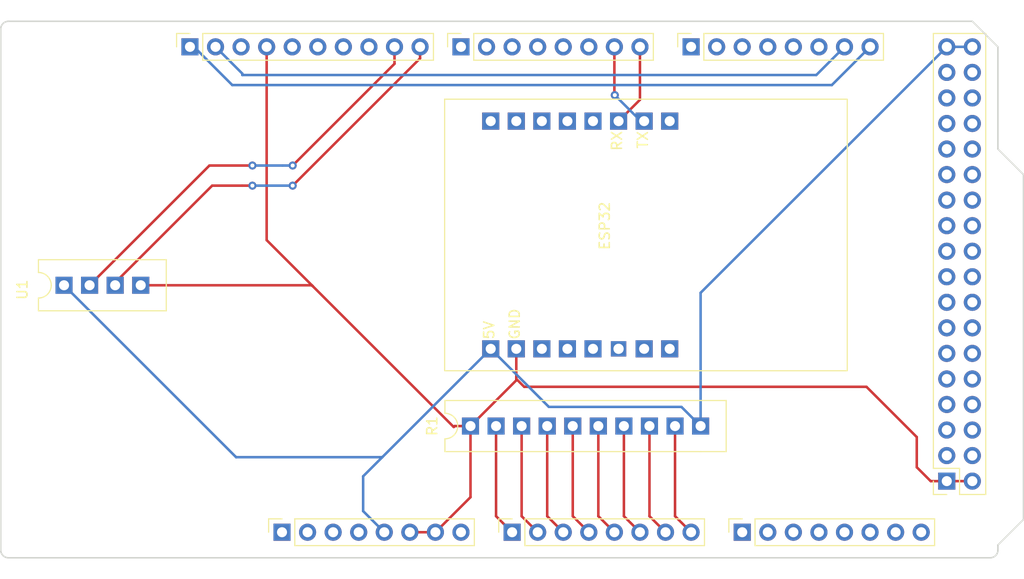
<source format=kicad_pcb>
(kicad_pcb (version 20211014) (generator pcbnew)
  (title_block (date "mar. 31 mars 2015"))
  (layers (0 "F.Cu" signal) (31 "B.Cu" signal) (34 "B.Paste" user) (35 "F.Paste" user) (36 "B.SilkS" user "B.Silkscreen") (37 "F.SilkS" user "F.Silkscreen") (38 "B.Mask" user) (39 "F.Mask" user) (44 "Edge.Cuts" user))
  (net 0 "")
  (net 1 "GND")
  (net 2 "/*52")
  (net 3 "/53")
  (net 4 "/50")
  (net 5 "/51")
  (net 6 "/48")
  (net 7 "/49")
  (net 8 "/*46")
  (net 9 "/47")
  (net 10 "/*44")
  (net 11 "/*45")
  (net 12 "/42")
  (net 13 "/43")
  (net 14 "/40")
  (net 15 "/41")
  (net 16 "/38")
  (net 17 "/39")
  (net 18 "/36")
  (net 19 "/37")
  (net 20 "/34")
  (net 21 "/35")
  (net 22 "/32")
  (net 23 "/33")
  (net 24 "/30")
  (net 25 "/31")
  (net 26 "/28")
  (net 27 "/29")
  (net 28 "/26")
  (net 29 "/27")
  (net 30 "/24")
  (net 31 "/25")
  (net 32 "/22")
  (net 33 "/23")
  (net 34 "+5V")
  (net 35 "/IOREF")
  (net 43 "TX")
  (net 44 "/A8")
  (net 45 "/A9")
  (net 46 "/A10")
  (net 47 "/A11")
  (net 48 "/A12")
  (net 49 "/A13")
  (net 50 "/A14")
  (net 51 "/A15")
  (net 52 "/AREF")
  (net 53 "/*13")
  (net 54 "/*12")
  (net 55 "/*11")
  (net 56 "/*10")
  (net 57 "RX")
  (net 59 "/*7")
  (net 60 "/*6")
  (net 61 "/*5")
  (net 62 "/*4")
  (net 63 "/*3")
  (net 64 "/*2")
  (net 67 "+3V3")
  (net 68 "/TX3{slash}14")
  (net 69 "/RX3{slash}15")
  (net 70 "/TX2{slash}16")
  (net 71 "/RX2{slash}17")
  (net 72 "/TX1{slash}18")
  (net 73 "/RX1{slash}19")
  (net 74 "/SDA{slash}20")
  (net 75 "/SCL{slash}21")
  (net 76 "VCC")
  (net 77 "/~{RESET}")
  (net 81 "Relay_1")
  (net 82 "Relay_2")
  (net 83 "Relay_3")
  (net 84 "Relay_4")
  (net 85 "Relay_5")
  (net 86 "Relay_6")
  (net 87 "Relay_7")
  (net 88 "Relay_8")
  (net 89 "Trig")
  (net 90 "Echo")
  (footprint "Connector_PinSocket_2.54mm:PinSocket_2x18_P2.54mm_Vertical" (layer "F.Cu") (at 193.98 92.38 180)
    (fp_text reference "J4" hide)
    (fp_text value "Digital")
    (fp_line (start -1.27 -1.33) (end -1.27 1.27) (layer "F.SilkS") (width 0.12))
    (fp_line (start 1.33 1.27) (end 1.33 44.51) (layer "F.SilkS") (width 0.12))
    (fp_line (start 0 -1.33) (end 1.33 -1.33) (layer "F.SilkS") (width 0.12))
    (fp_line (start -1.27 1.27) (end 1.33 1.27) (layer "F.SilkS") (width 0.12))
    (fp_line (start 1.33 -1.33) (end 1.33 0) (layer "F.SilkS") (width 0.12))
    (fp_line (start -3.87 44.51) (end 1.33 44.51) (layer "F.SilkS") (width 0.12))
    (fp_line (start -3.87 -1.33) (end -1.27 -1.33) (layer "F.SilkS") (width 0.12))
    (fp_line (start -3.87 -1.33) (end -3.87 44.51) (layer "F.SilkS") (width 0.12))
    (pad "1" thru_hole rect locked (at 0 0 180) (size 1.7 1.7) (drill 1) (layers *.Cu *.Mask) (net 1 "GND"))
    (pad "2" thru_hole oval locked (at -2.54 0 180) (size 1.7 1.7) (drill 1) (layers *.Cu *.Mask) (net 1 "GND"))
    (pad "3" thru_hole oval locked (at 0 2.54 180) (size 1.7 1.7) (drill 1) (layers *.Cu *.Mask) (net 2 "/*52"))
    (pad "4" thru_hole oval locked (at -2.54 2.54 180) (size 1.7 1.7) (drill 1) (layers *.Cu *.Mask) (net 3 "/53"))
    (pad "5" thru_hole oval locked (at 0 5.08 180) (size 1.7 1.7) (drill 1) (layers *.Cu *.Mask) (net 4 "/50"))
    (pad "6" thru_hole oval locked (at -2.54 5.08 180) (size 1.7 1.7) (drill 1) (layers *.Cu *.Mask) (net 5 "/51"))
    (pad "7" thru_hole oval locked (at 0 7.62 180) (size 1.7 1.7) (drill 1) (layers *.Cu *.Mask) (net 6 "/48"))
    (pad "8" thru_hole oval locked (at -2.54 7.62 180) (size 1.7 1.7) (drill 1) (layers *.Cu *.Mask) (net 7 "/49"))
    (pad "9" thru_hole oval locked (at 0 10.16 180) (size 1.7 1.7) (drill 1) (layers *.Cu *.Mask) (net 8 "/*46"))
    (pad "10" thru_hole oval locked (at -2.54 10.16 180) (size 1.7 1.7) (drill 1) (layers *.Cu *.Mask) (net 9 "/47"))
    (pad "11" thru_hole oval locked (at 0 12.7 180) (size 1.7 1.7) (drill 1) (layers *.Cu *.Mask) (net 10 "/*44"))
    (pad "12" thru_hole oval locked (at -2.54 12.7 180) (size 1.7 1.7) (drill 1) (layers *.Cu *.Mask) (net 11 "/*45"))
    (pad "13" thru_hole oval locked (at 0 15.24 180) (size 1.7 1.7) (drill 1) (layers *.Cu *.Mask) (net 12 "/42"))
    (pad "14" thru_hole oval locked (at -2.54 15.24 180) (size 1.7 1.7) (drill 1) (layers *.Cu *.Mask) (net 13 "/43"))
    (pad "15" thru_hole oval locked (at 0 17.78 180) (size 1.7 1.7) (drill 1) (layers *.Cu *.Mask) (net 14 "/40"))
    (pad "16" thru_hole oval locked (at -2.54 17.78 180) (size 1.7 1.7) (drill 1) (layers *.Cu *.Mask) (net 15 "/41"))
    (pad "17" thru_hole oval locked (at 0 20.32 180) (size 1.7 1.7) (drill 1) (layers *.Cu *.Mask) (net 16 "/38"))
    (pad "18" thru_hole oval locked (at -2.54 20.32 180) (size 1.7 1.7) (drill 1) (layers *.Cu *.Mask) (net 17 "/39"))
    (pad "19" thru_hole oval locked (at 0 22.86 180) (size 1.7 1.7) (drill 1) (layers *.Cu *.Mask) (net 18 "/36"))
    (pad "20" thru_hole oval locked (at -2.54 22.86 180) (size 1.7 1.7) (drill 1) (layers *.Cu *.Mask) (net 19 "/37"))
    (pad "21" thru_hole oval locked (at 0 25.4 180) (size 1.7 1.7) (drill 1) (layers *.Cu *.Mask) (net 20 "/34"))
    (pad "22" thru_hole oval locked (at -2.54 25.4 180) (size 1.7 1.7) (drill 1) (layers *.Cu *.Mask) (net 21 "/35"))
    (pad "23" thru_hole oval locked (at 0 27.94 180) (size 1.7 1.7) (drill 1) (layers *.Cu *.Mask) (net 22 "/32"))
    (pad "24" thru_hole oval locked (at -2.54 27.94 180) (size 1.7 1.7) (drill 1) (layers *.Cu *.Mask) (net 23 "/33"))
    (pad "25" thru_hole oval locked (at 0 30.48 180) (size 1.7 1.7) (drill 1) (layers *.Cu *.Mask) (net 24 "/30"))
    (pad "26" thru_hole oval locked (at -2.54 30.48 180) (size 1.7 1.7) (drill 1) (layers *.Cu *.Mask) (net 25 "/31"))
    (pad "27" thru_hole oval locked (at 0 33.02 180) (size 1.7 1.7) (drill 1) (layers *.Cu *.Mask) (net 26 "/28"))
    (pad "28" thru_hole oval locked (at -2.54 33.02 180) (size 1.7 1.7) (drill 1) (layers *.Cu *.Mask) (net 27 "/29"))
    (pad "29" thru_hole oval locked (at 0 35.56 180) (size 1.7 1.7) (drill 1) (layers *.Cu *.Mask) (net 28 "/26"))
    (pad "30" thru_hole oval locked (at -2.54 35.56 180) (size 1.7 1.7) (drill 1) (layers *.Cu *.Mask) (net 29 "/27"))
    (pad "31" thru_hole oval locked (at 0 38.1 180) (size 1.7 1.7) (drill 1) (layers *.Cu *.Mask) (net 30 "/24"))
    (pad "32" thru_hole oval locked (at -2.54 38.1 180) (size 1.7 1.7) (drill 1) (layers *.Cu *.Mask) (net 31 "/25"))
    (pad "33" thru_hole oval locked (at 0 40.64 180) (size 1.7 1.7) (drill 1) (layers *.Cu *.Mask) (net 32 "/22"))
    (pad "34" thru_hole oval locked (at -2.54 40.64 180) (size 1.7 1.7) (drill 1) (layers *.Cu *.Mask) (net 33 "/23"))
    (pad "35" thru_hole oval locked (at 0 43.18 180) (size 1.7 1.7) (drill 1) (layers *.Cu *.Mask) (net 34 "+5V"))
    (pad "36" thru_hole oval locked (at -2.54 43.18 180) (size 1.7 1.7) (drill 1) (layers *.Cu *.Mask) (net 34 "+5V"))
  )
  (footprint "Connector_PinSocket_2.54mm:PinSocket_1x08_P2.54mm_Vertical" (layer "F.Cu") (at 127.94 97.46 90)
    (fp_text reference "J1" hide)
    (fp_text value "Power")
    (fp_line (start -1.33 1.27) (end -1.33 19.11) (layer "F.SilkS") (width 0.12))
    (fp_line (start -1.33 1.27) (end 1.33 1.27) (layer "F.SilkS") (width 0.12))
    (fp_line (start -1.33 19.11) (end 1.33 19.11) (layer "F.SilkS") (width 0.12))
    (fp_line (start 1.33 1.27) (end 1.33 19.11) (layer "F.SilkS") (width 0.12))
    (fp_line (start 0 -1.33) (end 1.33 -1.33) (layer "F.SilkS") (width 0.12))
    (fp_line (start 1.33 -1.33) (end 1.33 0) (layer "F.SilkS") (width 0.12))
    (pad "1" thru_hole rect locked (at 0 0 90) (size 1.7 1.7) (drill 1) (layers *.Cu *.Mask))
    (pad "2" thru_hole oval locked (at 0 2.54 90) (size 1.7 1.7) (drill 1) (layers *.Cu *.Mask) (net 35 "/IOREF"))
    (pad "3" thru_hole oval locked (at 0 5.08 90) (size 1.7 1.7) (drill 1) (layers *.Cu *.Mask) (net 77 "/~{RESET}"))
    (pad "4" thru_hole oval locked (at 0 7.62 90) (size 1.7 1.7) (drill 1) (layers *.Cu *.Mask) (net 67 "+3V3"))
    (pad "5" thru_hole oval locked (at 0 10.16 90) (size 1.7 1.7) (drill 1) (layers *.Cu *.Mask) (net 34 "+5V"))
    (pad "6" thru_hole oval locked (at 0 12.7 90) (size 1.7 1.7) (drill 1) (layers *.Cu *.Mask) (net 1 "GND"))
    (pad "7" thru_hole oval locked (at 0 15.24 90) (size 1.7 1.7) (drill 1) (layers *.Cu *.Mask) (net 1 "GND"))
    (pad "8" thru_hole oval locked (at 0 17.78 90) (size 1.7 1.7) (drill 1) (layers *.Cu *.Mask) (net 76 "VCC"))
  )
  (footprint "Connector_PinSocket_2.54mm:PinSocket_1x08_P2.54mm_Vertical" (layer "F.Cu") (at 150.8 97.46 90)
    (fp_text reference "J2" hide)
    (fp_text value "Analog")
    (fp_line (start -1.33 1.27) (end -1.33 19.11) (layer "F.SilkS") (width 0.12))
    (fp_line (start 1.33 1.27) (end 1.33 19.11) (layer "F.SilkS") (width 0.12))
    (fp_line (start 0 -1.33) (end 1.33 -1.33) (layer "F.SilkS") (width 0.12))
    (fp_line (start 1.33 -1.33) (end 1.33 0) (layer "F.SilkS") (width 0.12))
    (fp_line (start -1.33 1.27) (end 1.33 1.27) (layer "F.SilkS") (width 0.12))
    (fp_line (start -1.33 19.11) (end 1.33 19.11) (layer "F.SilkS") (width 0.12))
    (pad "1" thru_hole rect locked (at 0 0 90) (size 1.7 1.7) (drill 1) (layers *.Cu *.Mask) (net 81 "Relay_1"))
    (pad "2" thru_hole oval locked (at 0 2.54 90) (size 1.7 1.7) (drill 1) (layers *.Cu *.Mask) (net 82 "Relay_2"))
    (pad "3" thru_hole oval locked (at 0 5.08 90) (size 1.7 1.7) (drill 1) (layers *.Cu *.Mask) (net 83 "Relay_3"))
    (pad "4" thru_hole oval locked (at 0 7.62 90) (size 1.7 1.7) (drill 1) (layers *.Cu *.Mask) (net 84 "Relay_4"))
    (pad "5" thru_hole oval locked (at 0 10.16 90) (size 1.7 1.7) (drill 1) (layers *.Cu *.Mask) (net 85 "Relay_5"))
    (pad "6" thru_hole oval locked (at 0 12.7 90) (size 1.7 1.7) (drill 1) (layers *.Cu *.Mask) (net 86 "Relay_6"))
    (pad "7" thru_hole oval locked (at 0 15.24 90) (size 1.7 1.7) (drill 1) (layers *.Cu *.Mask) (net 87 "Relay_7"))
    (pad "8" thru_hole oval locked (at 0 17.78 90) (size 1.7 1.7) (drill 1) (layers *.Cu *.Mask) (net 88 "Relay_8"))
  )
  (footprint "Connector_PinSocket_2.54mm:PinSocket_1x08_P2.54mm_Vertical" (layer "F.Cu") (at 173.66 97.46 90)
    (fp_text reference "J3" hide)
    (fp_text value "Analog")
    (fp_line (start -1.33 1.27) (end -1.33 19.11) (layer "F.SilkS") (width 0.12))
    (fp_line (start 0 -1.33) (end 1.33 -1.33) (layer "F.SilkS") (width 0.12))
    (fp_line (start -1.33 19.11) (end 1.33 19.11) (layer "F.SilkS") (width 0.12))
    (fp_line (start 1.33 -1.33) (end 1.33 0) (layer "F.SilkS") (width 0.12))
    (fp_line (start -1.33 1.27) (end 1.33 1.27) (layer "F.SilkS") (width 0.12))
    (fp_line (start 1.33 1.27) (end 1.33 19.11) (layer "F.SilkS") (width 0.12))
    (pad "1" thru_hole rect locked (at 0 0 90) (size 1.7 1.7) (drill 1) (layers *.Cu *.Mask) (net 44 "/A8"))
    (pad "2" thru_hole oval locked (at 0 2.54 90) (size 1.7 1.7) (drill 1) (layers *.Cu *.Mask) (net 45 "/A9"))
    (pad "3" thru_hole oval locked (at 0 5.08 90) (size 1.7 1.7) (drill 1) (layers *.Cu *.Mask) (net 46 "/A10"))
    (pad "4" thru_hole oval locked (at 0 7.62 90) (size 1.7 1.7) (drill 1) (layers *.Cu *.Mask) (net 47 "/A11"))
    (pad "5" thru_hole oval locked (at 0 10.16 90) (size 1.7 1.7) (drill 1) (layers *.Cu *.Mask) (net 48 "/A12"))
    (pad "6" thru_hole oval locked (at 0 12.7 90) (size 1.7 1.7) (drill 1) (layers *.Cu *.Mask) (net 49 "/A13"))
    (pad "7" thru_hole oval locked (at 0 15.24 90) (size 1.7 1.7) (drill 1) (layers *.Cu *.Mask) (net 50 "/A14"))
    (pad "8" thru_hole oval locked (at 0 17.78 90) (size 1.7 1.7) (drill 1) (layers *.Cu *.Mask) (net 51 "/A15"))
  )
  (footprint "Connector_PinSocket_2.54mm:PinSocket_1x10_P2.54mm_Vertical" (layer "F.Cu") (at 118.796 49.2 90)
    (fp_text reference "J5" hide)
    (fp_text value "PWM")
    (fp_line (start -1.33 1.27) (end 1.33 1.27) (layer "F.SilkS") (width 0.12))
    (fp_line (start 1.33 1.27) (end 1.33 24.19) (layer "F.SilkS") (width 0.12))
    (fp_line (start -1.33 24.19) (end 1.33 24.19) (layer "F.SilkS") (width 0.12))
    (fp_line (start 0 -1.33) (end 1.33 -1.33) (layer "F.SilkS") (width 0.12))
    (fp_line (start 1.33 -1.33) (end 1.33 0) (layer "F.SilkS") (width 0.12))
    (fp_line (start -1.33 1.27) (end -1.33 24.19) (layer "F.SilkS") (width 0.12))
    (pad "1" thru_hole rect locked (at 0 0 90) (size 1.7 1.7) (drill 1) (layers *.Cu *.Mask) (net 75 "/SCL{slash}21"))
    (pad "2" thru_hole oval locked (at 0 2.54 90) (size 1.7 1.7) (drill 1) (layers *.Cu *.Mask) (net 74 "/SDA{slash}20"))
    (pad "3" thru_hole oval locked (at 0 5.08 90) (size 1.7 1.7) (drill 1) (layers *.Cu *.Mask) (net 52 "/AREF"))
    (pad "4" thru_hole oval locked (at 0 7.62 90) (size 1.7 1.7) (drill 1) (layers *.Cu *.Mask) (net 1 "GND"))
    (pad "5" thru_hole oval locked (at 0 10.16 90) (size 1.7 1.7) (drill 1) (layers *.Cu *.Mask) (net 53 "/*13"))
    (pad "6" thru_hole oval locked (at 0 12.7 90) (size 1.7 1.7) (drill 1) (layers *.Cu *.Mask) (net 54 "/*12"))
    (pad "7" thru_hole oval locked (at 0 15.24 90) (size 1.7 1.7) (drill 1) (layers *.Cu *.Mask) (net 55 "/*11"))
    (pad "8" thru_hole oval locked (at 0 17.78 90) (size 1.7 1.7) (drill 1) (layers *.Cu *.Mask) (net 56 "/*10"))
    (pad "9" thru_hole oval locked (at 0 20.32 90) (size 1.7 1.7) (drill 1) (layers *.Cu *.Mask) (net 89 "Trig"))
    (pad "10" thru_hole oval locked (at 0 22.86 90) (size 1.7 1.7) (drill 1) (layers *.Cu *.Mask) (net 90 "Echo"))
  )
  (footprint "Connector_PinSocket_2.54mm:PinSocket_1x08_P2.54mm_Vertical" (layer "F.Cu") (at 145.72 49.2 90)
    (fp_text reference "J6" hide)
    (fp_text value "PWM")
    (fp_line (start 0 -1.33) (end 1.33 -1.33) (layer "F.SilkS") (width 0.12))
    (fp_line (start -1.33 1.27) (end -1.33 19.11) (layer "F.SilkS") (width 0.12))
    (fp_line (start -1.33 19.11) (end 1.33 19.11) (layer "F.SilkS") (width 0.12))
    (fp_line (start -1.33 1.27) (end 1.33 1.27) (layer "F.SilkS") (width 0.12))
    (fp_line (start 1.33 1.27) (end 1.33 19.11) (layer "F.SilkS") (width 0.12))
    (fp_line (start 1.33 -1.33) (end 1.33 0) (layer "F.SilkS") (width 0.12))
    (pad "1" thru_hole rect locked (at 0 0 90) (size 1.7 1.7) (drill 1) (layers *.Cu *.Mask) (net 59 "/*7"))
    (pad "2" thru_hole oval locked (at 0 2.54 90) (size 1.7 1.7) (drill 1) (layers *.Cu *.Mask) (net 60 "/*6"))
    (pad "3" thru_hole oval locked (at 0 5.08 90) (size 1.7 1.7) (drill 1) (layers *.Cu *.Mask) (net 61 "/*5"))
    (pad "4" thru_hole oval locked (at 0 7.62 90) (size 1.7 1.7) (drill 1) (layers *.Cu *.Mask) (net 62 "/*4"))
    (pad "5" thru_hole oval locked (at 0 10.16 90) (size 1.7 1.7) (drill 1) (layers *.Cu *.Mask) (net 63 "/*3"))
    (pad "6" thru_hole oval locked (at 0 12.7 90) (size 1.7 1.7) (drill 1) (layers *.Cu *.Mask) (net 64 "/*2"))
    (pad "7" thru_hole oval locked (at 0 15.24 90) (size 1.7 1.7) (drill 1) (layers *.Cu *.Mask) (net 43 "TX"))
    (pad "8" thru_hole oval locked (at 0 17.78 90) (size 1.7 1.7) (drill 1) (layers *.Cu *.Mask) (net 57 "RX"))
  )
  (footprint "Connector_PinSocket_2.54mm:PinSocket_1x08_P2.54mm_Vertical" (layer "F.Cu") (at 168.58 49.2 90)
    (fp_text reference "J7" hide)
    (fp_text value "Communication")
    (fp_line (start 0 -1.33) (end 1.33 -1.33) (layer "F.SilkS") (width 0.12))
    (fp_line (start -1.33 1.27) (end 1.33 1.27) (layer "F.SilkS") (width 0.12))
    (fp_line (start 1.33 -1.33) (end 1.33 0) (layer "F.SilkS") (width 0.12))
    (fp_line (start 1.33 1.27) (end 1.33 19.11) (layer "F.SilkS") (width 0.12))
    (fp_line (start -1.33 1.27) (end -1.33 19.11) (layer "F.SilkS") (width 0.12))
    (fp_line (start -1.33 19.11) (end 1.33 19.11) (layer "F.SilkS") (width 0.12))
    (pad "1" thru_hole rect locked (at 0 0 90) (size 1.7 1.7) (drill 1) (layers *.Cu *.Mask) (net 68 "/TX3{slash}14"))
    (pad "2" thru_hole oval locked (at 0 2.54 90) (size 1.7 1.7) (drill 1) (layers *.Cu *.Mask) (net 69 "/RX3{slash}15"))
    (pad "3" thru_hole oval locked (at 0 5.08 90) (size 1.7 1.7) (drill 1) (layers *.Cu *.Mask) (net 70 "/TX2{slash}16"))
    (pad "4" thru_hole oval locked (at 0 7.62 90) (size 1.7 1.7) (drill 1) (layers *.Cu *.Mask) (net 71 "/RX2{slash}17"))
    (pad "5" thru_hole oval locked (at 0 10.16 90) (size 1.7 1.7) (drill 1) (layers *.Cu *.Mask) (net 72 "/TX1{slash}18"))
    (pad "6" thru_hole oval locked (at 0 12.7 90) (size 1.7 1.7) (drill 1) (layers *.Cu *.Mask) (net 73 "/RX1{slash}19"))
    (pad "7" thru_hole oval locked (at 0 15.24 90) (size 1.7 1.7) (drill 1) (layers *.Cu *.Mask) (net 74 "/SDA{slash}20"))
    (pad "8" thru_hole oval locked (at 0 17.78 90) (size 1.7 1.7) (drill 1) (layers *.Cu *.Mask) (net 75 "/SCL{slash}21"))
  )
  (footprint "Arduino_MountingHole:MountingHole_3.2mm" (layer "F.Cu") (at 196.52 97.46)
    (fp_text reference "MH6" hide)
    (fp_text value "MountingHole_3.2mm" hide)
    (pad "" np_thru_hole circle locked (at 0 0) (size 3.2 3.2) (drill 3.2) (layers *.Cu *.Mask))
  )
  (footprint "My_Lib:ultrasonic_sensor" (layer "F.Cu") (at 103.745 75.445 90)
    (fp_text reference "U1" (at 2.1 -1.6 90 unlocked) (layer "F.SilkS"))
    (fp_text value "ultrasonic_sensor")
    (fp_line (start 5.08 12.7) (end 5.08 0) (layer "F.SilkS") (width 0.12))
    (fp_line (start 1.27 0) (end 0 0) (layer "F.SilkS") (width 0.12))
    (fp_line (start 0 12.7) (end 5.08 12.7) (layer "F.SilkS") (width 0.12))
    (fp_line (start 0 0) (end 0 12.7) (layer "F.SilkS") (width 0.12))
    (fp_line (start 5.08 0) (end 3.81 0) (layer "F.SilkS") (width 0.12))
    (fp_arc (start 3.81 0) (mid 3.438026 0.898026) (end 2.54 1.27) (layer "F.SilkS") (width 0.12))
    (fp_arc (start 2.54 1.27) (mid 1.641974 0.898026) (end 1.27 0) (layer "F.SilkS") (width 0.12))
    (pad "1" thru_hole rect (at 2.54 2.54 90) (size 1.7 1.7) (drill 1) (layers *.Cu *.Mask) (net 34 "+5V"))
    (pad "2" thru_hole rect (at 2.54 5.08 90) (size 1.7 1.7) (drill 1) (layers *.Cu *.Mask) (net 89 "Trig"))
    (pad "3" thru_hole rect (at 2.54 7.62 90) (size 1.7 1.7) (drill 1) (layers *.Cu *.Mask) (net 90 "Echo"))
    (pad "4" thru_hole rect (at 2.54 10.16 90) (size 1.7 1.7) (drill 1) (layers *.Cu *.Mask) (net 1 "GND"))
  )
  (footprint "Arduino_MountingHole:MountingHole_3.2mm" (layer "F.Cu") (at 115.24 49.2)
    (fp_text reference "MH1" hide)
    (fp_text value "MountingHole_3.2mm" hide)
    (pad "" np_thru_hole circle locked (at 0 0) (size 3.2 3.2) (drill 3.2) (layers *.Cu *.Mask))
  )
  (footprint "My_Lib:ESP32" (layer "F.Cu") (at 144.095 81.405 90)
    (fp_text reference "E1" hide)
    (fp_text value "ESP32" (at 14.405 15.905 90 unlocked) (layer "F.SilkS"))
    (fp_text user "RX" (at 22.858 17.118 90 unlocked) (layer "F.SilkS"))
    (fp_text user "5V" (at 4.042 4.418 90 unlocked) (layer "F.SilkS"))
    (fp_text user "GND" (at 4.642 6.958 90 unlocked) (layer "F.SilkS"))
    (fp_text user "TX" (at 22.958 19.6878 90 unlocked) (layer "F.SilkS"))
    (fp_rect (start 27 0) (end 0 40) (layer "F.SilkS") (width 0.12) (fill none))
    (pad "1" thru_hole rect (at 2.18 4.58 270) (size 1.7 1.7) (drill 1) (layers *.Cu *.Mask) (net 34 "+5V"))
    (pad "2" thru_hole rect (at 2.18 7.12 270) (size 1.7 1.7) (drill 1) (layers *.Cu *.Mask) (net 1 "GND"))
    (pad "3" thru_hole rect (at 2.18 9.66 270) (size 1.7 1.7) (drill 1) (layers *.Cu *.Mask))
    (pad "4" thru_hole rect (at 2.18 12.2 270) (size 1.7 1.7) (drill 1) (layers *.Cu *.Mask))
    (pad "5" thru_hole rect (at 2.18 14.74 270) (size 1.7 1.7) (drill 1) (layers *.Cu *.Mask))
    (pad "6" thru_hole rect (at 2.18 17.28 270) (size 1.524 1.524) (drill 1.02) (layers *.Cu *.Mask))
    (pad "7" thru_hole rect (at 2.18 19.82 270) (size 1.7 1.7) (drill 1) (layers *.Cu *.Mask))
    (pad "8" thru_hole rect (at 2.18 22.36 270) (size 1.7 1.7) (drill 1) (layers *.Cu *.Mask))
    (pad "9" thru_hole rect (at 24.82 22.36 270) (size 1.7 1.7) (drill 1) (layers *.Cu *.Mask))
    (pad "10" thru_hole rect (at 24.82 19.82 270) (size 1.7 1.7) (drill 1) (layers *.Cu *.Mask) (net 43 "TX"))
    (pad "11" thru_hole rect (at 24.82 17.28 270) (size 1.7 1.7) (drill 1) (layers *.Cu *.Mask) (net 57 "RX"))
    (pad "12" thru_hole rect (at 24.82 14.74 270) (size 1.7 1.7) (drill 1) (layers *.Cu *.Mask))
    (pad "13" thru_hole rect (at 24.82 12.2 270) (size 1.7 1.7) (drill 1) (layers *.Cu *.Mask))
    (pad "14" thru_hole rect (at 24.82 9.66 270) (size 1.7 1.7) (drill 1) (layers *.Cu *.Mask))
    (pad "15" thru_hole rect (at 24.82 7.12 270) (size 1.7 1.7) (drill 1) (layers *.Cu *.Mask))
    (pad "16" thru_hole rect (at 24.82 4.58 270) (size 1.7 1.7) (drill 1) (layers *.Cu *.Mask))
  )
  (footprint "Arduino_MountingHole:MountingHole_3.2mm" (layer "F.Cu") (at 113.97 97.46)
    (fp_text reference "MH2" hide)
    (fp_text value "MountingHole_3.2mm" hide)
    (pad "" np_thru_hole circle locked (at 0 0) (size 3.2 3.2) (drill 3.2) (layers *.Cu *.Mask))
  )
  (footprint "Arduino_MountingHole:MountingHole_3.2mm" (layer "F.Cu") (at 166.04 64.44)
    (fp_text reference "MH3" hide)
    (fp_text value "MountingHole_3.2mm" hide)
    (pad "" np_thru_hole circle locked (at 0 0) (size 3.2 3.2) (drill 3.2) (layers *.Cu *.Mask))
  )
  (footprint "Arduino_MountingHole:MountingHole_3.2mm" (layer "F.Cu") (at 190.17 49.2)
    (fp_text reference "MH5" hide)
    (fp_text value "MountingHole_3.2mm" hide)
    (pad "" np_thru_hole circle locked (at 0 0) (size 3.2 3.2) (drill 3.2) (layers *.Cu *.Mask))
  )
  (footprint "My_Lib:8_channel_relay" (layer "F.Cu") (at 144.125 89.445 90)
    (fp_text reference "R1" (at 2.54 -1.27 90 unlocked) (layer "F.SilkS"))
    (fp_text value "8_channel_relay")
    (fp_line (start 5.08 27.94) (end 0 27.94) (layer "F.SilkS") (width 0.12))
    (fp_line (start 0 27.94) (end 0 25.4) (layer "F.SilkS") (width 0.12))
    (fp_line (start 5.08 0) (end 5.08 27.94) (layer "F.SilkS") (width 0.12))
    (fp_line (start 5.08 0) (end 3.81 0) (layer "F.SilkS") (width 0.12))
    (fp_line (start 0 0) (end 0 25.4) (layer "F.SilkS") (width 0.12))
    (fp_line (start 0 0) (end 1.27 0) (layer "F.SilkS") (width 0.12))
    (fp_arc (start 3.81 0) (mid 2.54 1.27) (end 1.27 0) (layer "F.SilkS") (width 0.12))
    (pad "1" thru_hole rect (at 2.54 2.54 90) (size 1.7 1.7) (drill 1) (layers *.Cu *.Mask) (net 1 "GND"))
    (pad "2" thru_hole rect (at 2.54 5.08 90) (size 1.7 1.7) (drill 1) (layers *.Cu *.Mask) (net 81 "Relay_1"))
    (pad "3" thru_hole rect (at 2.54 7.62 90) (size 1.7 1.7) (drill 1) (layers *.Cu *.Mask) (net 82 "Relay_2"))
    (pad "4" thru_hole rect (at 2.54 10.16 90) (size 1.7 1.7) (drill 1) (layers *.Cu *.Mask) (net 83 "Relay_3"))
    (pad "5" thru_hole rect (at 2.54 12.7 90) (size 1.7 1.7) (drill 1) (layers *.Cu *.Mask) (net 84 "Relay_4"))
    (pad "6" thru_hole rect (at 2.54 15.24 90) (size 1.7 1.7) (drill 1) (layers *.Cu *.Mask) (net 85 "Relay_5"))
    (pad "7" thru_hole rect (at 2.54 17.78 90) (size 1.7 1.7) (drill 1) (layers *.Cu *.Mask) (net 86 "Relay_6"))
    (pad "8" thru_hole rect (at 2.54 20.32 90) (size 1.7 1.7) (drill 1) (layers *.Cu *.Mask) (net 87 "Relay_7"))
    (pad "9" thru_hole rect (at 2.54 22.86 90) (size 1.7 1.7) (drill 1) (layers *.Cu *.Mask) (net 88 "Relay_8"))
    (pad "10" thru_hole rect (at 2.54 25.4 90) (size 1.7 1.7) (drill 1) (layers *.Cu *.Mask) (net 34 "+5V"))
  )
  (gr_line (start 199.06 59.36) (end 201.6 61.9) (layer "Edge.Cuts") (width 0.15))
  (gr_line (start 100 99.238) (end 100 47.422) (layer "Edge.Cuts") (width 0.15))
  (gr_line (start 201.6 61.9) (end 201.6 96.19) (layer "Edge.Cuts") (width 0.15))
  (gr_line (start 198.298 100) (end 100.762 100) (layer "Edge.Cuts") (width 0.15))
  (gr_line (start 100.762 46.66) (end 196.52 46.66) (layer "Edge.Cuts") (width 0.15))
  (gr_arc (start 100.762 100) (mid 100.223185 99.776815) (end 100 99.238) (layer "Edge.Cuts") (width 0.15))
  (gr_line (start 201.6 96.19) (end 199.06 98.73) (layer "Edge.Cuts") (width 0.15))
  (gr_line (start 196.52 46.66) (end 199.06 49.2) (layer "Edge.Cuts") (width 0.15))
  (gr_arc (start 199.06 99.238) (mid 198.836815 99.776815) (end 198.298 100) (layer "Edge.Cuts") (width 0.15))
  (gr_line (start 199.06 49.2) (end 199.06 59.36) (layer "Edge.Cuts") (width 0.15))
  (gr_line (start 199.06 98.73) (end 199.06 99.238) (layer "Edge.Cuts") (width 0.15))
  (gr_arc (start 100 47.422) (mid 100.223185 46.883185) (end 100.762 46.66) (layer "Edge.Cuts") (width 0.15))
  (segment (start 140.64 97.46) (end 143.18 97.46) (width 0.25) (layer "F.Cu") (net 1))
  (segment (start 151.215 82.215) (end 152 83) (width 0.25) (layer "F.Cu") (net 1))
  (segment (start 151.215 79.225) (end 151.215 82.215) (width 0.25) (layer "F.Cu") (net 1))
  (segment (start 152 83) (end 186 83) (width 0.25) (layer "F.Cu") (net 1))
  (segment (start 193.98 92.38) (end 196.52 92.38) (width 0.25) (layer "F.Cu") (net 1))
  (segment (start 131 73) (end 145 87) (width 0.25) (layer "F.Cu") (net 1))
  (segment (start 191 91) (end 192.38 92.38) (width 0.25) (layer "F.Cu") (net 1))
  (segment (start 113.905 72.905) (end 130.905 72.905) (width 0.25) (layer "F.Cu") (net 1))
  (segment (start 130.905 72.905) (end 131 73) (width 0.25) (layer "F.Cu") (net 1))
  (segment (start 145 87) (end 145.095 86.905) (width 0.25) (layer "F.Cu") (net 1))
  (segment (start 146.665 93.975) (end 143.18 97.46) (width 0.25) (layer "F.Cu") (net 1))
  (segment (start 186 83) (end 191 88) (width 0.25) (layer "F.Cu") (net 1))
  (segment (start 126.416 68.416) (end 131 73) (width 0.25) (layer "F.Cu") (net 1))
  (segment (start 192.38 92.38) (end 193.98 92.38) (width 0.25) (layer "F.Cu") (net 1))
  (segment (start 191 88) (end 191 91) (width 0.25) (layer "F.Cu") (net 1))
  (segment (start 151.215 82.215) (end 151.215 82.355) (width 0.25) (layer "F.Cu") (net 1))
  (segment (start 146.665 86.905) (end 146.665 93.975) (width 0.25) (layer "F.Cu") (net 1))
  (segment (start 151.215 82.355) (end 146.665 86.905) (width 0.25) (layer "F.Cu") (net 1))
  (segment (start 145.095 86.905) (end 146.665 86.905) (width 0.25) (layer "F.Cu") (net 1))
  (segment (start 126.416 49.2) (end 126.416 68.416) (width 0.25) (layer "F.Cu") (net 1))
  (segment (start 167.62 85) (end 169.525 86.905) (width 0.25) (layer "B.Cu") (net 34))
  (segment (start 136 91.9) (end 136 95.36) (width 0.25) (layer "B.Cu") (net 34))
  (segment (start 137.9 90) (end 148.675 79.225) (width 0.25) (layer "B.Cu") (net 34))
  (segment (start 169.525 73.655) (end 193.98 49.2) (width 0.25) (layer "B.Cu") (net 34))
  (segment (start 106.285 72.905) (end 123.38 90) (width 0.25) (layer "B.Cu") (net 34))
  (segment (start 196.52 49.2) (end 193.98 49.2) (width 0.25) (layer "B.Cu") (net 34))
  (segment (start 148.675 79.225) (end 154.45 85) (width 0.25) (layer "B.Cu") (net 34))
  (segment (start 136 95.36) (end 138.1 97.46) (width 0.25) (layer "B.Cu") (net 34))
  (segment (start 154.45 85) (end 167.62 85) (width 0.25) (layer "B.Cu") (net 34))
  (segment (start 123.38 90) (end 137.9 90) (width 0.25) (layer "B.Cu") (net 34))
  (segment (start 137.9 90) (end 136 91.9) (width 0.25) (layer "B.Cu") (net 34))
  (segment (start 169.525 86.905) (end 169.525 73.655) (width 0.25) (layer "B.Cu") (net 34))
  (segment (start 160.96 53.96) (end 161 54) (width 0.25) (layer "F.Cu") (net 43))
  (segment (start 160.96 49.2) (end 160.96 53.96) (width 0.25) (layer "F.Cu") (net 43))
  (via (at 161 54) (size 0.8) (drill 0.4) (layers "F.Cu" "B.Cu") (net 43))
  (segment (start 161 54) (end 163.585 56.585) (width 0.25) (layer "B.Cu") (net 43))
  (segment (start 163.585 56.585) (end 163.915 56.585) (width 0.25) (layer "B.Cu") (net 43))
  (segment (start 163.5 49.2) (end 163.5 54.46) (width 0.25) (layer "F.Cu") (net 57))
  (segment (start 163.5 54.46) (end 161.375 56.585) (width 0.25) (layer "F.Cu") (net 57))
  (segment (start 121.336 49.2) (end 124 51.864) (width 0.25) (layer "B.Cu") (net 74))
  (segment (start 181.02 52) (end 183.82 49.2) (width 0.25) (layer "B.Cu") (net 74))
  (segment (start 124 51.864) (end 124 52) (width 0.25) (layer "B.Cu") (net 74))
  (segment (start 124 52) (end 181.02 52) (width 0.25) (layer "B.Cu") (net 74))
  (segment (start 182.56 53) (end 186.36 49.2) (width 0.25) (layer "B.Cu") (net 75))
  (segment (start 123 53) (end 182.56 53) (width 0.25) (layer "B.Cu") (net 75))
  (segment (start 119.2 49.2) (end 123 53) (width 0.25) (layer "B.Cu") (net 75))
  (segment (start 118.796 49.2) (end 119.2 49.2) (width 0.25) (layer "B.Cu") (net 75))
  (segment (start 149.205 86.905) (end 149.205 95.865) (width 0.25) (layer "F.Cu") (net 81))
  (segment (start 149.205 95.865) (end 150.8 97.46) (width 0.25) (layer "F.Cu") (net 81))
  (segment (start 151.745 86.905) (end 151.745 95.865) (width 0.25) (layer "F.Cu") (net 82))
  (segment (start 151.745 95.865) (end 153.34 97.46) (width 0.25) (layer "F.Cu") (net 82))
  (segment (start 154.285 86.905) (end 154.285 95.865) (width 0.25) (layer "F.Cu") (net 83))
  (segment (start 154.285 95.865) (end 155.88 97.46) (width 0.25) (layer "F.Cu") (net 83))
  (segment (start 156.825 95.865) (end 158.42 97.46) (width 0.25) (layer "F.Cu") (net 84))
  (segment (start 156.825 86.905) (end 156.825 95.865) (width 0.25) (layer "F.Cu") (net 84))
  (segment (start 159.365 86.905) (end 159.365 95.865) (width 0.25) (layer "F.Cu") (net 85))
  (segment (start 159.365 95.865) (end 160.96 97.46) (width 0.25) (layer "F.Cu") (net 85))
  (segment (start 161.905 86.905) (end 161.905 95.865) (width 0.25) (layer "F.Cu") (net 86))
  (segment (start 161.905 95.865) (end 163.5 97.46) (width 0.25) (layer "F.Cu") (net 86))
  (segment (start 164.445 95.865) (end 166.04 97.46) (width 0.25) (layer "F.Cu") (net 87))
  (segment (start 164.445 86.905) (end 164.445 95.865) (width 0.25) (layer "F.Cu") (net 87))
  (segment (start 166.985 95.865) (end 168.58 97.46) (width 0.25) (layer "F.Cu") (net 88))
  (segment (start 166.985 86.905) (end 166.985 95.865) (width 0.25) (layer "F.Cu") (net 88))
  (segment (start 108.825 72.905) (end 120.73 61) (width 0.25) (layer "F.Cu") (net 89))
  (segment (start 139.116 50.884) (end 139.116 49.2) (width 0.25) (layer "F.Cu") (net 89))
  (segment (start 129 61) (end 139.116 50.884) (width 0.25) (layer "F.Cu") (net 89))
  (segment (start 120.73 61) (end 125 61) (width 0.25) (layer "F.Cu") (net 89))
  (via (at 129 61) (size 0.8) (drill 0.4) (layers "F.Cu" "B.Cu") (net 89))
  (via (at 125 61) (size 0.8) (drill 0.4) (layers "F.Cu" "B.Cu") (net 89))
  (segment (start 128 61) (end 129 61) (width 0.25) (layer "B.Cu") (net 89))
  (segment (start 125 61) (end 128 61) (width 0.25) (layer "B.Cu") (net 89))
  (segment (start 121 63) (end 124 63) (width 0.25) (layer "F.Cu") (net 90))
  (segment (start 111.365 72.635) (end 121 63) (width 0.25) (layer "F.Cu") (net 90))
  (segment (start 124 63) (end 125 63) (width 0.25) (layer "F.Cu") (net 90))
  (segment (start 129 63) (end 141.656 50.344) (width 0.25) (layer "F.Cu") (net 90))
  (segment (start 111.365 72.905) (end 111.365 72.635) (width 0.25) (layer "F.Cu") (net 90))
  (segment (start 141.656 50.344) (end 141.656 49.2) (width 0.25) (layer "F.Cu") (net 90))
  (via (at 129 63) (size 0.8) (drill 0.4) (layers "F.Cu" "B.Cu") (net 90))
  (via (at 125 63) (size 0.8) (drill 0.4) (layers "F.Cu" "B.Cu") (net 90))
  (segment (start 125 63) (end 129 63) (width 0.25) (layer "B.Cu") (net 90))
)
</source>
